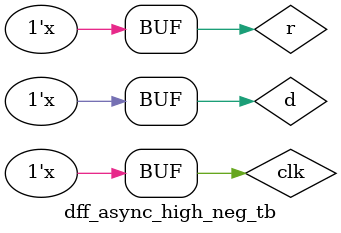
<source format=v>
module dff_async_high_neg_tb;

    wire q, q_bar;
    reg d, r, clk;

    initial 
        begin
            d =0;
            r =0;
            clk = 0;
        end

    always 
        #3 d = ~d;
    always
        #7 r = ~r;
    always
        #11 clk = ~clk;

    dff_async_high_neg df(q,q_bar,d,r,clk);

endmodule

</source>
